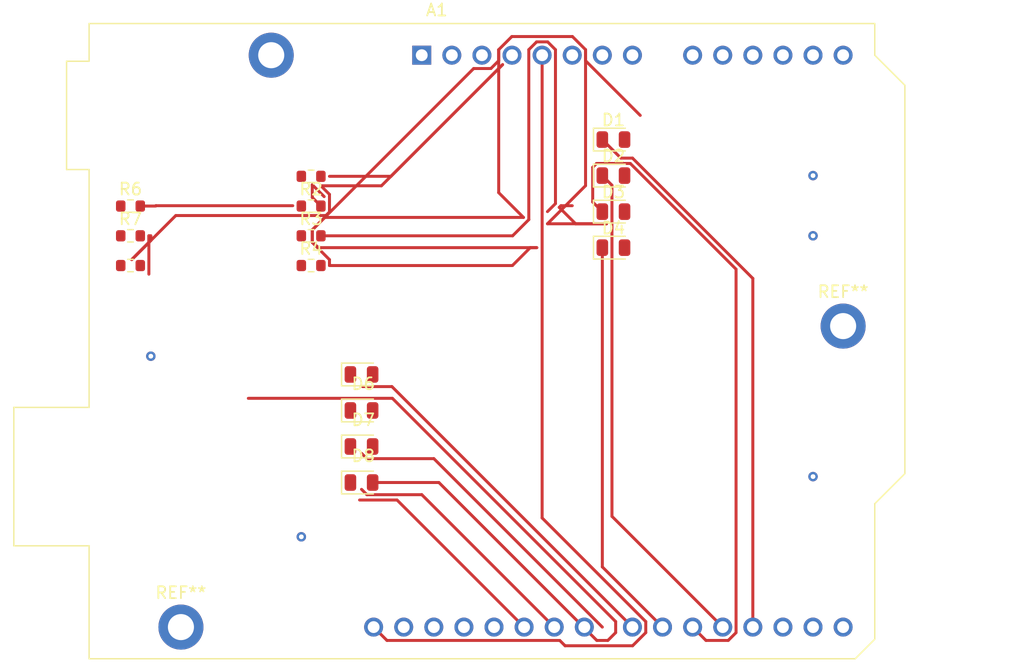
<source format=kicad_pcb>
(kicad_pcb (version 20221018) (generator pcbnew)
  (layers (0 "F.Cu" signal) (31 "B.Cu" signal) (34 "B.Paste" user) (35 "F.Paste" user) (36 "B.SilkS" user "B.Silkscreen") (37 "F.SilkS" user "F.Silkscreen") (38 "B.Mask" user) (39 "F.Mask" user) (44 "Edge.Cuts" user))
  (net 0 "")
  (net 5 "Net-(A1-+5V)")
  (net 6 "GND")
  (net 16 "Net-(A1-D2)")
  (net 17 "Net-(A1-D3)")
  (net 18 "Net-(A1-D4)")
  (net 19 "Net-(A1-D5)")
  (net 20 "Net-(A1-D6)")
  (net 21 "Net-(A1-D7)")
  (net 22 "Net-(A1-D8)")
  (net 23 "Net-(A1-D9)")
  (net 24 "unconnected-(A1-D10-Pad25)")
  (net 29 "Net-(D1-A)")
  (net 30 "Net-(D2-A)")
  (net 31 "Net-(D3-A)")
  (net 32 "Net-(D4-A)")
  (net 33 "Net-(D5-A)")
  (net 34 "Net-(D6-A)")
  (net 35 "Net-(D7-A)")
  (net 36 "Net-(D8-A)")
  (footprint "LED_SMD:LED_0805_2012Metric" (layer "F.Cu") (at 219.3775 67.04)
    (fp_text reference "D4" (at 0 -1.65) (layer "F.SilkS"))
    (fp_text value "LED")
    (fp_line (start -1.685 -0.96) (end -1.685 0.96) (stroke (width 0.12)) (layer "F.SilkS"))
    (fp_line (start -1.685 0.96) (end 1 0.96) (stroke (width 0.12)) (layer "F.SilkS"))
    (fp_line (start 1 -0.96) (end -1.685 -0.96) (stroke (width 0.12)) (layer "F.SilkS"))
    (pad "1" smd roundrect (at -0.9375 0) (size 0.975 1.4) (layers "F.Cu" "F.Paste" "F.Mask") (net 19 "Net-(A1-D5)"))
    (pad "2" smd roundrect (at 0.9375 0) (size 0.975 1.4) (layers "F.Cu" "F.Paste" "F.Mask") (net 32 "Net-(D4-A)"))
  )
  (footprint "" (layer "F.Cu") (at 190.5 50.8)
    (fp_text reference "" (at 0 0) (layer "F.SilkS") (effects (font (size 1.27 1.27))))
    (fp_text value "" (at 0 0) (layer "F.SilkS") (effects (font (size 1.27 1.27))))
    (pad "1" thru_hole circle (at 0 0) (size 3.8 3.8) (drill 2.2) (layers "*.Cu" "*.Mask"))
  )
  (footprint "Module:Arduino_UNO_R2" (layer "F.Cu") (at 203.2 50.8)
    (fp_text reference "A1" (at 1.27 -3.81 180) (layer "F.SilkS"))
    (fp_text value "Arduino_UNO_R2")
    (fp_line (start -34.42 29.72) (end -34.42 41.4) (stroke (width 0.12)) (layer "F.SilkS"))
    (fp_line (start -34.42 41.4) (end -28.07 41.4) (stroke (width 0.12)) (layer "F.SilkS"))
    (fp_line (start -29.97 0.51) (end -29.97 9.65) (stroke (width 0.12)) (layer "F.SilkS"))
    (fp_line (start -29.97 9.65) (end -28.07 9.65) (stroke (width 0.12)) (layer "F.SilkS"))
    (fp_line (start -28.07 -2.67) (end -28.07 0.51) (stroke (width 0.12)) (layer "F.SilkS"))
    (fp_line (start -28.07 0.51) (end -29.97 0.51) (stroke (width 0.12)) (layer "F.SilkS"))
    (fp_line (start -28.07 9.65) (end -28.07 29.72) (stroke (width 0.12)) (layer "F.SilkS"))
    (fp_line (start -28.07 29.72) (end -34.42 29.72) (stroke (width 0.12)) (layer "F.SilkS"))
    (fp_line (start -28.07 41.4) (end -28.07 50.93) (stroke (width 0.12)) (layer "F.SilkS"))
    (fp_line (start -28.07 50.93) (end 36.58 50.93) (stroke (width 0.12)) (layer "F.SilkS"))
    (fp_line (start 36.58 50.93) (end 38.23 49.28) (stroke (width 0.12)) (layer "F.SilkS"))
    (fp_line (start 38.23 -2.67) (end -28.07 -2.67) (stroke (width 0.12)) (layer "F.SilkS"))
    (fp_line (start 38.23 0) (end 38.23 -2.67) (stroke (width 0.12)) (layer "F.SilkS"))
    (fp_line (start 38.23 37.85) (end 40.77 35.31) (stroke (width 0.12)) (layer "F.SilkS"))
    (fp_line (start 38.23 49.28) (end 38.23 37.85) (stroke (width 0.12)) (layer "F.SilkS"))
    (fp_line (start 40.77 2.54) (end 38.23 0) (stroke (width 0.12)) (layer "F.SilkS"))
    (fp_line (start 40.77 35.31) (end 40.77 2.54) (stroke (width 0.12)) (layer "F.SilkS"))
    (pad "1" thru_hole rect (at 0 0 90) (size 1.6 1.6) (drill 1) (layers "*.Cu" "*.Mask"))
    (pad "2" thru_hole oval (at 2.54 0 90) (size 1.6 1.6) (drill 1) (layers "*.Cu" "*.Mask"))
    (pad "3" thru_hole oval (at 5.08 0 90) (size 1.6 1.6) (drill 1) (layers "*.Cu" "*.Mask"))
    (pad "4" thru_hole oval (at 7.62 0 90) (size 1.6 1.6) (drill 1) (layers "*.Cu" "*.Mask"))
    (pad "5" thru_hole oval (at 10.16 0 90) (size 1.6 1.6) (drill 1) (layers "*.Cu" "*.Mask") (net 5 "Net-(A1-+5V)"))
    (pad "6" thru_hole oval (at 12.7 0 90) (size 1.6 1.6) (drill 1) (layers "*.Cu" "*.Mask") (net 6 "GND"))
    (pad "7" thru_hole oval (at 15.24 0 90) (size 1.6 1.6) (drill 1) (layers "*.Cu" "*.Mask") (net 6 "GND"))
    (pad "8" thru_hole oval (at 17.78 0 90) (size 1.6 1.6) (drill 1) (layers "*.Cu" "*.Mask"))
    (pad "9" thru_hole oval (at 22.86 0 90) (size 1.6 1.6) (drill 1) (layers "*.Cu" "*.Mask"))
    (pad "10" thru_hole oval (at 25.4 0 90) (size 1.6 1.6) (drill 1) (layers "*.Cu" "*.Mask"))
    (pad "11" thru_hole oval (at 27.94 0 90) (size 1.6 1.6) (drill 1) (layers "*.Cu" "*.Mask"))
    (pad "12" thru_hole oval (at 30.48 0 90) (size 1.6 1.6) (drill 1) (layers "*.Cu" "*.Mask"))
    (pad "13" thru_hole oval (at 33.02 0 90) (size 1.6 1.6) (drill 1) (layers "*.Cu" "*.Mask"))
    (pad "14" thru_hole oval (at 35.56 0 90) (size 1.6 1.6) (drill 1) (layers "*.Cu" "*.Mask"))
    (pad "15" thru_hole oval (at 35.56 48.26 90) (size 1.6 1.6) (drill 1) (layers "*.Cu" "*.Mask"))
    (pad "16" thru_hole oval (at 33.02 48.26 90) (size 1.6 1.6) (drill 1) (layers "*.Cu" "*.Mask"))
    (pad "17" thru_hole oval (at 30.48 48.26 90) (size 1.6 1.6) (drill 1) (layers "*.Cu" "*.Mask") (net 16 "Net-(A1-D2)"))
    (pad "18" thru_hole oval (at 27.94 48.26 90) (size 1.6 1.6) (drill 1) (layers "*.Cu" "*.Mask") (net 17 "Net-(A1-D3)"))
    (pad "19" thru_hole oval (at 25.4 48.26 90) (size 1.6 1.6) (drill 1) (layers "*.Cu" "*.Mask") (net 18 "Net-(A1-D4)"))
    (pad "20" thru_hole oval (at 22.86 48.26 90) (size 1.6 1.6) (drill 1) (layers "*.Cu" "*.Mask") (net 19 "Net-(A1-D5)"))
    (pad "21" thru_hole oval (at 20.32 48.26 90) (size 1.6 1.6) (drill 1) (layers "*.Cu" "*.Mask") (net 20 "Net-(A1-D6)"))
    (pad "22" thru_hole oval (at 17.78 48.26 90) (size 1.6 1.6) (drill 1) (layers "*.Cu" "*.Mask") (net 21 "Net-(A1-D7)"))
    (pad "23" thru_hole oval (at 13.72 48.26 90) (size 1.6 1.6) (drill 1) (layers "*.Cu" "*.Mask") (net 22 "Net-(A1-D8)"))
    (pad "24" thru_hole oval (at 11.18 48.26 90) (size 1.6 1.6) (drill 1) (layers "*.Cu" "*.Mask") (net 23 "Net-(A1-D9)"))
    (pad "25" thru_hole oval (at 8.64 48.26 90) (size 1.6 1.6) (drill 1) (layers "*.Cu" "*.Mask") (net 24 "unconnected-(A1-D10-Pad25)"))
    (pad "26" thru_hole oval (at 6.1 48.26 90) (size 1.6 1.6) (drill 1) (layers "*.Cu" "*.Mask"))
    (pad "27" thru_hole oval (at 3.56 48.26 90) (size 1.6 1.6) (drill 1) (layers "*.Cu" "*.Mask"))
    (pad "28" thru_hole oval (at 1.02 48.26 90) (size 1.6 1.6) (drill 1) (layers "*.Cu" "*.Mask"))
    (pad "29" thru_hole oval (at -1.52 48.26 90) (size 1.6 1.6) (drill 1) (layers "*.Cu" "*.Mask") (net 6 "GND"))
    (pad "30" thru_hole oval (at -4.06 48.26 90) (size 1.6 1.6) (drill 1) (layers "*.Cu" "*.Mask"))
  )
  (footprint "Resistor_SMD:R_0603_1608Metric" (layer "F.Cu") (at 193.865 61.02)
    (fp_text reference "R1" hide)
    (fp_text value "247")
    (fp_line (start -0.237258 -0.5225) (end 0.237258 -0.5225) (stroke (width 0.12)) (layer "F.SilkS"))
    (fp_line (start -0.237258 0.5225) (end 0.237258 0.5225) (stroke (width 0.12)) (layer "F.SilkS"))
    (pad "1" smd roundrect (at -0.825 0) (size 0.8 0.95) (layers "F.Cu" "F.Paste" "F.Mask") (net 5 "Net-(A1-+5V)"))
    (pad "2" smd roundrect (at 0.825 0) (size 0.8 0.95) (layers "F.Cu" "F.Paste" "F.Mask") (net 29 "Net-(D1-A)"))
  )
  (footprint "LED_SMD:LED_0805_2012Metric" (layer "F.Cu") (at 198.12 86.86)
    (fp_text reference "D8" (at 0.15 -2.25) (layer "F.SilkS"))
    (fp_text value "LED")
    (fp_line (start -1.685 -0.96) (end -1.685 0.96) (stroke (width 0.12)) (layer "F.SilkS"))
    (fp_line (start -1.685 0.96) (end 1 0.96) (stroke (width 0.12)) (layer "F.SilkS"))
    (fp_line (start 1 -0.96) (end -1.685 -0.96) (stroke (width 0.12)) (layer "F.SilkS"))
    (pad "1" smd roundrect (at -0.9375 0) (size 0.975 1.4) (layers "F.Cu" "F.Paste" "F.Mask") (net 23 "Net-(A1-D9)"))
    (pad "2" smd roundrect (at 0.9375 0) (size 0.975 1.4) (layers "F.Cu" "F.Paste" "F.Mask") (net 36 "Net-(D8-A)"))
  )
  (footprint "Resistor_SMD:R_0603_1608Metric" (layer "F.Cu") (at 178.625 66.04)
    (fp_text reference "R7" (at 0 -1.43) (layer "F.SilkS"))
    (fp_text value "247")
    (fp_line (start -0.237258 -0.5225) (end 0.237258 -0.5225) (stroke (width 0.12)) (layer "F.SilkS"))
    (fp_line (start -0.237258 0.5225) (end 0.237258 0.5225) (stroke (width 0.12)) (layer "F.SilkS"))
    (pad "1" smd roundrect (at -0.825 0) (size 0.8 0.95) (layers "F.Cu" "F.Paste" "F.Mask") (net 5 "Net-(A1-+5V)"))
    (pad "2" smd roundrect (at 0.825 0) (size 0.8 0.95) (layers "F.Cu" "F.Paste" "F.Mask") (net 35 "Net-(D7-A)"))
  )
  (footprint "LED_SMD:LED_0805_2012Metric" (layer "F.Cu") (at 198.12 80.78)
    (fp_text reference "D6" (at 0.15 -2.25) (layer "F.SilkS"))
    (fp_text value "LED")
    (fp_line (start -1.685 -0.96) (end -1.685 0.96) (stroke (width 0.12)) (layer "F.SilkS"))
    (fp_line (start -1.685 0.96) (end 1 0.96) (stroke (width 0.12)) (layer "F.SilkS"))
    (fp_line (start 1 -0.96) (end -1.685 -0.96) (stroke (width 0.12)) (layer "F.SilkS"))
    (pad "1" smd roundrect (at -0.9375 0) (size 0.975 1.4) (layers "F.Cu" "F.Paste" "F.Mask") (net 21 "Net-(A1-D7)"))
    (pad "2" smd roundrect (at 0.9375 0) (size 0.975 1.4) (layers "F.Cu" "F.Paste" "F.Mask") (net 34 "Net-(D6-A)"))
  )
  (footprint "Resistor_SMD:R_0603_1608Metric" (layer "F.Cu") (at 178.625 63.53)
    (fp_text reference "R6" (at 0 -1.43) (layer "F.SilkS"))
    (fp_text value "247")
    (fp_line (start -0.237258 -0.5225) (end 0.237258 -0.5225) (stroke (width 0.12)) (layer "F.SilkS"))
    (fp_line (start -0.237258 0.5225) (end 0.237258 0.5225) (stroke (width 0.12)) (layer "F.SilkS"))
    (pad "1" smd roundrect (at -0.825 0) (size 0.8 0.95) (layers "F.Cu" "F.Paste" "F.Mask") (net 5 "Net-(A1-+5V)"))
    (pad "2" smd roundrect (at 0.825 0) (size 0.8 0.95) (layers "F.Cu" "F.Paste" "F.Mask") (net 34 "Net-(D6-A)"))
  )
  (footprint "LED_SMD:LED_0805_2012Metric" (layer "F.Cu") (at 219.3775 57.92)
    (fp_text reference "D1" (at 0 -1.65) (layer "F.SilkS"))
    (fp_text value "LED")
    (fp_line (start -1.685 -0.96) (end -1.685 0.96) (stroke (width 0.12)) (layer "F.SilkS"))
    (fp_line (start -1.685 0.96) (end 1 0.96) (stroke (width 0.12)) (layer "F.SilkS"))
    (fp_line (start 1 -0.96) (end -1.685 -0.96) (stroke (width 0.12)) (layer "F.SilkS"))
    (pad "1" smd roundrect (at -0.9375 0) (size 0.975 1.4) (layers "F.Cu" "F.Paste" "F.Mask") (net 16 "Net-(A1-D2)"))
    (pad "2" smd roundrect (at 0.9375 0) (size 0.975 1.4) (layers "F.Cu" "F.Paste" "F.Mask") (net 29 "Net-(D1-A)"))
  )
  (footprint "Resistor_SMD:R_0603_1608Metric" (layer "F.Cu") (at 178.625 68.55)
    (fp_text reference "R8" hide)
    (fp_text value "247")
    (fp_line (start -0.237258 -0.5225) (end 0.237258 -0.5225) (stroke (width 0.12)) (layer "F.SilkS"))
    (fp_line (start -0.237258 0.5225) (end 0.237258 0.5225) (stroke (width 0.12)) (layer "F.SilkS"))
    (pad "1" smd roundrect (at -0.825 0) (size 0.8 0.95) (layers "F.Cu" "F.Paste" "F.Mask") (net 5 "Net-(A1-+5V)"))
    (pad "2" smd roundrect (at 0.825 0) (size 0.8 0.95) (layers "F.Cu" "F.Paste" "F.Mask") (net 36 "Net-(D8-A)"))
  )
  (footprint "LED_SMD:LED_0805_2012Metric" (layer "F.Cu") (at 219.3775 64)
    (fp_text reference "D3" (at 0 -1.65) (layer "F.SilkS"))
    (fp_text value "LED")
    (fp_line (start -1.685 -0.96) (end -1.685 0.96) (stroke (width 0.12)) (layer "F.SilkS"))
    (fp_line (start -1.685 0.96) (end 1 0.96) (stroke (width 0.12)) (layer "F.SilkS"))
    (fp_line (start 1 -0.96) (end -1.685 -0.96) (stroke (width 0.12)) (layer "F.SilkS"))
    (pad "1" smd roundrect (at -0.9375 0) (size 0.975 1.4) (layers "F.Cu" "F.Paste" "F.Mask") (net 18 "Net-(A1-D4)"))
    (pad "2" smd roundrect (at 0.9375 0) (size 0.975 1.4) (layers "F.Cu" "F.Paste" "F.Mask") (net 31 "Net-(D3-A)"))
  )
  (footprint "LED_SMD:LED_0805_2012Metric" (layer "F.Cu") (at 198.12 77.74)
    (fp_text reference "D5" hide)
    (fp_text value "LED")
    (fp_line (start -1.685 -0.96) (end -1.685 0.96) (stroke (width 0.12)) (layer "F.SilkS"))
    (fp_line (start -1.685 0.96) (end 1 0.96) (stroke (width 0.12)) (layer "F.SilkS"))
    (fp_line (start 1 -0.96) (end -1.685 -0.96) (stroke (width 0.12)) (layer "F.SilkS"))
    (pad "1" smd roundrect (at -0.9375 0) (size 0.975 1.4) (layers "F.Cu" "F.Paste" "F.Mask") (net 20 "Net-(A1-D6)"))
    (pad "2" smd roundrect (at 0.9375 0) (size 0.975 1.4) (layers "F.Cu" "F.Paste" "F.Mask") (net 33 "Net-(D5-A)"))
  )
  (footprint "MountingHole:MountingHole_2.2mm_M2_ISO14580_Pad" (layer "F.Cu") (at 182.88 99.06)
    (fp_text reference "REF**" (at 0 -2.9) (layer "F.SilkS"))
    (fp_text value "MountingHole_2.2mm_M2_ISO14580_Pad")
    (pad "1" thru_hole circle (at 0 0) (size 3.8 3.8) (drill 2.2) (layers "*.Cu" "*.Mask"))
  )
  (footprint "MountingHole:MountingHole_2.2mm_M2_ISO14580_Pad" (layer "F.Cu") (at 238.76 73.66)
    (fp_text reference "REF**" (at 0 -2.9) (layer "F.SilkS"))
    (fp_text value "MountingHole_2.2mm_M2_ISO14580_Pad")
    (pad "1" thru_hole circle (at 0 0) (size 3.8 3.8) (drill 2.2) (layers "*.Cu" "*.Mask"))
  )
  (footprint "Resistor_SMD:R_0603_1608Metric" (layer "F.Cu") (at 193.865 68.55)
    (fp_text reference "R4" (at 0 -1.43) (layer "F.SilkS"))
    (fp_text value "247")
    (fp_line (start -0.237258 -0.5225) (end 0.237258 -0.5225) (stroke (width 0.12)) (layer "F.SilkS"))
    (fp_line (start -0.237258 0.5225) (end 0.237258 0.5225) (stroke (width 0.12)) (layer "F.SilkS"))
    (pad "1" smd roundrect (at -0.825 0) (size 0.8 0.95) (layers "F.Cu" "F.Paste" "F.Mask") (net 5 "Net-(A1-+5V)"))
    (pad "2" smd roundrect (at 0.825 0) (size 0.8 0.95) (layers "F.Cu" "F.Paste" "F.Mask") (net 32 "Net-(D4-A)"))
  )
  (footprint "Resistor_SMD:R_0603_1608Metric" (layer "F.Cu") (at 193.865 63.53)
    (fp_text reference "R2" (at 0 -1.43) (layer "F.SilkS"))
    (fp_text value "247")
    (fp_line (start -0.237258 -0.5225) (end 0.237258 -0.5225) (stroke (width 0.12)) (layer "F.SilkS"))
    (fp_line (start -0.237258 0.5225) (end 0.237258 0.5225) (stroke (width 0.12)) (layer "F.SilkS"))
    (pad "1" smd roundrect (at -0.825 0) (size 0.8 0.95) (layers "F.Cu" "F.Paste" "F.Mask") (net 5 "Net-(A1-+5V)"))
    (pad "2" smd roundrect (at 0.825 0) (size 0.8 0.95) (layers "F.Cu" "F.Paste" "F.Mask") (net 30 "Net-(D2-A)"))
  )
  (footprint "Resistor_SMD:R_0603_1608Metric" (layer "F.Cu") (at 193.865 66.04)
    (fp_text reference "R3" (at 0 -1.43) (layer "F.SilkS"))
    (fp_text value "247")
    (fp_line (start -0.237258 -0.5225) (end 0.237258 -0.5225) (stroke (width 0.12)) (layer "F.SilkS"))
    (fp_line (start -0.237258 0.5225) (end 0.237258 0.5225) (stroke (width 0.12)) (layer "F.SilkS"))
    (pad "1" smd roundrect (at -0.825 0) (size 0.8 0.95) (layers "F.Cu" "F.Paste" "F.Mask") (net 5 "Net-(A1-+5V)"))
    (pad "2" smd roundrect (at 0.825 0) (size 0.8 0.95) (layers "F.Cu" "F.Paste" "F.Mask") (net 31 "Net-(D3-A)"))
  )
  (footprint "LED_SMD:LED_0805_2012Metric" (layer "F.Cu") (at 198.12 83.82)
    (fp_text reference "D7" (at 0.15 -2.25) (layer "F.SilkS"))
    (fp_text value "LED")
    (fp_line (start -1.685 -0.96) (end -1.685 0.96) (stroke (width 0.12)) (layer "F.SilkS"))
    (fp_line (start -1.685 0.96) (end 1 0.96) (stroke (width 0.12)) (layer "F.SilkS"))
    (fp_line (start 1 -0.96) (end -1.685 -0.96) (stroke (width 0.12)) (layer "F.SilkS"))
    (pad "1" smd roundrect (at -0.9375 0) (size 0.975 1.4) (layers "F.Cu" "F.Paste" "F.Mask") (net 22 "Net-(A1-D8)"))
    (pad "2" smd roundrect (at 0.9375 0) (size 0.975 1.4) (layers "F.Cu" "F.Paste" "F.Mask") (net 35 "Net-(D7-A)"))
  )
  (footprint "LED_SMD:LED_0805_2012Metric" (layer "F.Cu") (at 219.3775 60.96)
    (fp_text reference "D2" (at 0 -1.65) (layer "F.SilkS"))
    (fp_text value "LED")
    (fp_line (start -1.685 -0.96) (end -1.685 0.96) (stroke (width 0.12)) (layer "F.SilkS"))
    (fp_line (start -1.685 0.96) (end 1 0.96) (stroke (width 0.12)) (layer "F.SilkS"))
    (fp_line (start 1 -0.96) (end -1.685 -0.96) (stroke (width 0.12)) (layer "F.SilkS"))
    (pad "1" smd roundrect (at -0.9375 0) (size 0.975 1.4) (layers "F.Cu" "F.Paste" "F.Mask") (net 17 "Net-(A1-D3)"))
    (pad "2" smd roundrect (at 0.9375 0) (size 0.975 1.4) (layers "F.Cu" "F.Paste" "F.Mask") (net 30 "Net-(D2-A)"))
  )
  (segment (start 217.025 61.81) (end 217.025 50.334009) (width 0.25) (layer "F.Cu") (net 0))
  (segment (start 180.175 66.04) (end 180.175 69.277192) (width 0.25) (layer "F.Cu") (net 0))
  (segment (start 195.415 62.545) (end 194.69 61.82) (width 0.25) (layer "F.Cu") (net 0))
  (segment (start 207.581996 51.925) (end 209.035991 51.925) (width 0.25) (layer "F.Cu") (net 0))
  (segment (start 210.85 68.55) (end 212.36 67.04) (width 0.25) (layer "F.Cu") (net 0))
  (segment (start 215.9 63.5) (end 214.946396 63.5) (width 0.25) (layer "F.Cu") (net 0))
  (segment (start 216.185 65.025) (end 218.8025 65.025) (width 0.25) (layer "F.Cu") (net 0))
  (segment (start 194.69 61.82) (end 199.800001 61.82) (width 0.25) (layer "F.Cu") (net 0))
  (segment (start 193.965 66.601996) (end 195.415 68.051996) (width 0.25) (layer "F.Cu") (net 0))
  (segment (start 209.695 51.265991) (end 209.695 50.334009) (width 0.25) (layer "F.Cu") (net 0))
  (segment (start 200.600001 61.02) (end 195.415 61.02) (width 0.25) (layer "F.Cu") (net 0))
  (segment (start 195.113004 64.33) (end 195.415 64.028004) (width 0.25) (layer "F.Cu") (net 0))
  (segment (start 199.800001 61.82) (end 210.024505 51.595496) (width 0.25) (layer "F.Cu") (net 0))
  (segment (start 194.466996 67.04) (end 193.965 66.538004) (width 0.25) (layer "F.Cu") (net 0))
  (segment (start 209.035991 51.925) (end 209.695 51.265991) (width 0.25) (layer "F.Cu") (net 0))
  (segment (start 214.946396 63.5) (end 214.803198 63.643198) (width 0.25) (layer "F.Cu") (net 0))
  (segment (start 212.36 67.04) (end 212.91 67.04) (width 0.25) (layer "F.Cu") (net 0))
  (segment (start 195.415 68.051996) (end 195.415 68.55) (width 0.25) (layer "F.Cu") (net 0))
  (segment (start 195.415 64.028004) (end 195.415 62.545) (width 0.25) (layer "F.Cu") (net 0))
  (segment (start 193.965 65.541996) (end 207.581996 51.925) (width 0.25) (layer "F.Cu") (net 0))
  (segment (start 217.025 50.334009) (end 215.915991 49.225) (width 0.25) (layer "F.Cu") (net 0))
  (segment (start 213.81 65.025) (end 217.025 61.81) (width 0.25) (layer "F.Cu") (net 0))
  (segment (start 211.785 64.488604) (end 195.018392 64.488604) (width 0.25) (layer "F.Cu") (net 0))
  (segment (start 209.695 50.334009) (end 209.695 62.398604) (width 0.25) (layer "F.Cu") (net 0))
  (segment (start 178.725 68.051996) (end 182.446996 64.33) (width 0.25) (layer "F.Cu") (net 0))
  (segment (start 180.175 66.601996) (end 179.026996 67.75) (width 0.25) (layer "F.Cu") (net 0))
  (segment (start 217.025 50.334009) (end 217.025 51.265991) (width 0.25) (layer "F.Cu") (net 0))
  (segment (start 182.446996 64.33) (end 195.113004 64.33) (width 0.25) (layer "F.Cu") (net 0))
  (segment (start 180.34 66.04) (end 180.34 66.436996) (width 0.25) (layer "F.Cu") (net 0))
  (segment (start 214.803198 63.643198) (end 216.185 65.025) (width 0.25) (layer "F.Cu") (net 0))
  (segment (start 217.025 51.265991) (end 221.639009 55.88) (width 0.25) (layer "F.Cu") (net 0))
  (segment (start 209.695 62.398604) (end 211.785 64.488604) (width 0.25) (layer "F.Cu") (net 0))
  (segment (start 210.804009 49.225) (end 209.695 50.334009) (width 0.25) (layer "F.Cu") (net 0))
  (segment (start 193.965 65.541996) (end 193.965 66.601996) (width 0.25) (layer "F.Cu") (net 0))
  (segment (start 193.965 66.538004) (end 193.965 65.541996) (width 0.25) (layer "F.Cu") (net 0))
  (segment (start 215.915991 49.225) (end 210.804009 49.225) (width 0.25) (layer "F.Cu") (net 0))
  (segment (start 210.024505 51.595496) (end 200.600001 61.02) (width 0.25) (layer "F.Cu") (net 0))
  (segment (start 218.8025 65.025) (end 213.81 65.025) (width 0.25) (layer "F.Cu") (net 0))
  (segment (start 180.175 66.04) (end 180.175 66.601996) (width 0.25) (layer "F.Cu") (net 0))
  (segment (start 195.415 68.55) (end 210.85 68.55) (width 0.25) (layer "F.Cu") (net 0))
  (segment (start 180.34 66.04) (end 180.175 66.04) (width 0.25) (layer "F.Cu") (net 0))
  (segment (start 180.34 66.436996) (end 178.725 68.051996) (width 0.25) (layer "F.Cu") (net 0))
  (segment (start 212.91 67.04) (end 194.466996 67.04) (width 0.25) (layer "F.Cu") (net 0))
  (segment (start 195.018392 64.488604) (end 193.965 65.541996) (width 0.25) (layer "F.Cu") (net 0))
  (via (at 236.22 86.36) (size 0.8) (drill 0.4) (layers "F.Cu" "B.Cu") (net 0))
  (via (at 236.22 66.04) (size 0.8) (drill 0.4) (layers "F.Cu" "B.Cu") (net 0))
  (via (at 193.04 91.44) (size 0.8) (drill 0.4) (layers "F.Cu" "B.Cu") (net 0))
  (via (at 236.22 60.96) (size 0.8) (drill 0.4) (layers "F.Cu" "B.Cu") (net 0))
  (via (at 180.34 76.2) (size 0.8) (drill 0.4) (layers "F.Cu" "B.Cu") (net 0))
  (segment (start 193.04 63.5) (end 193.04 63.53) (width 0.25) (layer "F.Cu") (net 5))
  (segment (start 213.36 89.849009) (end 213.36 50.8) (width 0.25) (layer "F.Cu") (net 6))
  (segment (start 215.295991 100.635) (end 220.995991 100.635) (width 0.25) (layer "F.Cu") (net 6))
  (segment (start 214.845991 100.185) (end 215.295991 100.635) (width 0.25) (layer "F.Cu") (net 6))
  (segment (start 200.265 100.185) (end 214.845991 100.185) (width 0.25) (layer "F.Cu") (net 6))
  (segment (start 222.105 98.594009) (end 213.36 89.849009) (width 0.25) (layer "F.Cu") (net 6))
  (segment (start 199.14 99.06) (end 200.265 100.185) (width 0.25) (layer "F.Cu") (net 6))
  (segment (start 220.995991 100.635) (end 222.105 99.525991) (width 0.25) (layer "F.Cu") (net 6))
  (segment (start 222.105 99.525991) (end 222.105 98.594009) (width 0.25) (layer "F.Cu") (net 6))
  (segment (start 231.14 69.637516) (end 220.987484 59.485) (width 0.25) (layer "F.Cu") (net 16))
  (segment (start 220.987484 59.485) (end 220.005 59.485) (width 0.25) (layer "F.Cu") (net 16))
  (segment (start 220.005 59.485) (end 218.44 57.92) (width 0.25) (layer "F.Cu") (net 16))
  (segment (start 231.14 99.06) (end 231.14 69.637516) (width 0.25) (layer "F.Cu") (net 16))
  (segment (start 228.6 99.06) (end 219.2525 89.7125) (width 0.25) (layer "F.Cu") (net 17))
  (segment (start 219.2525 89.7125) (end 219.2525 61.7725) (width 0.25) (layer "F.Cu") (net 17))
  (segment (start 219.2525 61.7725) (end 218.44 60.96) (width 0.25) (layer "F.Cu") (net 17))
  (segment (start 226.06 99.06) (end 227.185 100.185) (width 0.25) (layer "F.Cu") (net 18))
  (segment (start 227.185 100.185) (end 229.065991 100.185) (width 0.25) (layer "F.Cu") (net 18))
  (segment (start 217.953912 59.935) (end 217.6275 60.261412) (width 0.25) (layer "F.Cu") (net 18))
  (segment (start 220.801088 59.935) (end 217.953912 59.935) (width 0.25) (layer "F.Cu") (net 18))
  (segment (start 229.725 99.525991) (end 229.725 68.858912) (width 0.25) (layer "F.Cu") (net 18))
  (segment (start 217.6275 60.261412) (end 217.6275 63.1875) (width 0.25) (layer "F.Cu") (net 18))
  (segment (start 217.6275 63.1875) (end 218.44 64) (width 0.25) (layer "F.Cu") (net 18))
  (segment (start 229.065991 100.185) (end 229.725 99.525991) (width 0.25) (layer "F.Cu") (net 18))
  (segment (start 229.725 68.858912) (end 220.801088 59.935) (width 0.25) (layer "F.Cu") (net 18))
  (segment (start 218.44 93.98) (end 218.44 67.04) (width 0.25) (layer "F.Cu") (net 19))
  (segment (start 223.52 99.06) (end 218.44 93.98) (width 0.25) (layer "F.Cu") (net 19))
  (segment (start 198.571412 84.845) (end 198.12 84.393588) (width 0.25) (layer "F.Cu") (net 21))
  (segment (start 200.685 78.765) (end 198.2075 78.765) (width 0.25) (layer "F.Cu") (net 21))
  (segment (start 218.44 99.06) (end 204.225 84.845) (width 0.25) (layer "F.Cu") (net 21))
  (segment (start 220.98 99.06) (end 200.685 78.765) (width 0.25) (layer "F.Cu") (net 21))
  (segment (start 204.225 84.845) (end 198.571412 84.845) (width 0.25) (layer "F.Cu") (net 21))
  (segment (start 203.205 87.885) (end 198.571412 87.885) (width 0.25) (layer "F.Cu") (net 23))
  (segment (start 214.38 99.06) (end 203.205 87.885) (width 0.25) (layer "F.Cu") (net 23))
  (segment (start 198.571412 87.885) (end 198.12 87.433588) (width 0.25) (layer "F.Cu") (net 23))
  (segment (start 211.84 99.06) (end 201.115 88.335) (width 0.25) (layer "F.Cu") (net 24))
  (segment (start 201.115 88.335) (end 197.957501 88.335) (width 0.25) (layer "F.Cu") (net 24))
  (segment (start 193.965 61.731396) (end 194.965 62.731396) (width 0.25) (layer "F.Cu") (net 30))
  (segment (start 193.965 62.805) (end 193.965 61.731396) (width 0.25) (layer "F.Cu") (net 30))
  (segment (start 194.69 63.53) (end 193.965 62.805) (width 0.25) (layer "F.Cu") (net 30))
  (segment (start 214.485 63.325) (end 213.81 64) (width 0.25) (layer "F.Cu") (net 31))
  (segment (start 212.235 50.334009) (end 212.894009 49.675) (width 0.25) (layer "F.Cu") (net 31))
  (segment (start 214.485 50.334009) (end 214.485 63.325) (width 0.25) (layer "F.Cu") (net 31))
  (segment (start 212.894009 49.675) (end 213.825991 49.675) (width 0.25) (layer "F.Cu") (net 31))
  (segment (start 213.825991 49.675) (end 214.485 50.334009) (width 0.25) (layer "F.Cu") (net 31))
  (segment (start 212.235 64.675) (end 212.235 50.334009) (width 0.25) (layer "F.Cu") (net 31))
  (segment (start 210.87 66.04) (end 212.235 64.675) (width 0.25) (layer "F.Cu") (net 31))
  (segment (start 194.69 66.04) (end 210.87 66.04) (width 0.25) (layer "F.Cu") (net 31))
  (segment (start 180.736996 63.53) (end 179.45 63.53) (width 0.25) (layer "F.Cu") (net 34))
  (segment (start 180.766996 63.5) (end 180.736996 63.53) (width 0.25) (layer "F.Cu") (net 34))
  (segment (start 192.315 63.5) (end 180.766996 63.5) (width 0.25) (layer "F.Cu") (net 34))
  (segment (start 204.649009 86.86) (end 199.0575 86.86) (width 0.25) (layer "F.Cu") (net 36))
  (segment (start 219.565 98.594009) (end 219.565 99.525991) (width 0.25) (layer "F.Cu") (net 36))
  (segment (start 218.905991 100.185) (end 217.974009 100.185) (width 0.25) (layer "F.Cu") (net 36))
  (segment (start 219.565 99.525991) (end 218.905991 100.185) (width 0.25) (layer "F.Cu") (net 36))
  (segment (start 217.974009 100.185) (end 204.649009 86.86) (width 0.25) (layer "F.Cu") (net 36))
  (segment (start 200.725991 79.755) (end 219.565 98.594009) (width 0.25) (layer "F.Cu") (net 36))
  (segment (start 188.566412 79.755) (end 200.725991 79.755) (width 0.25) (layer "F.Cu") (net 36))
)
</source>
